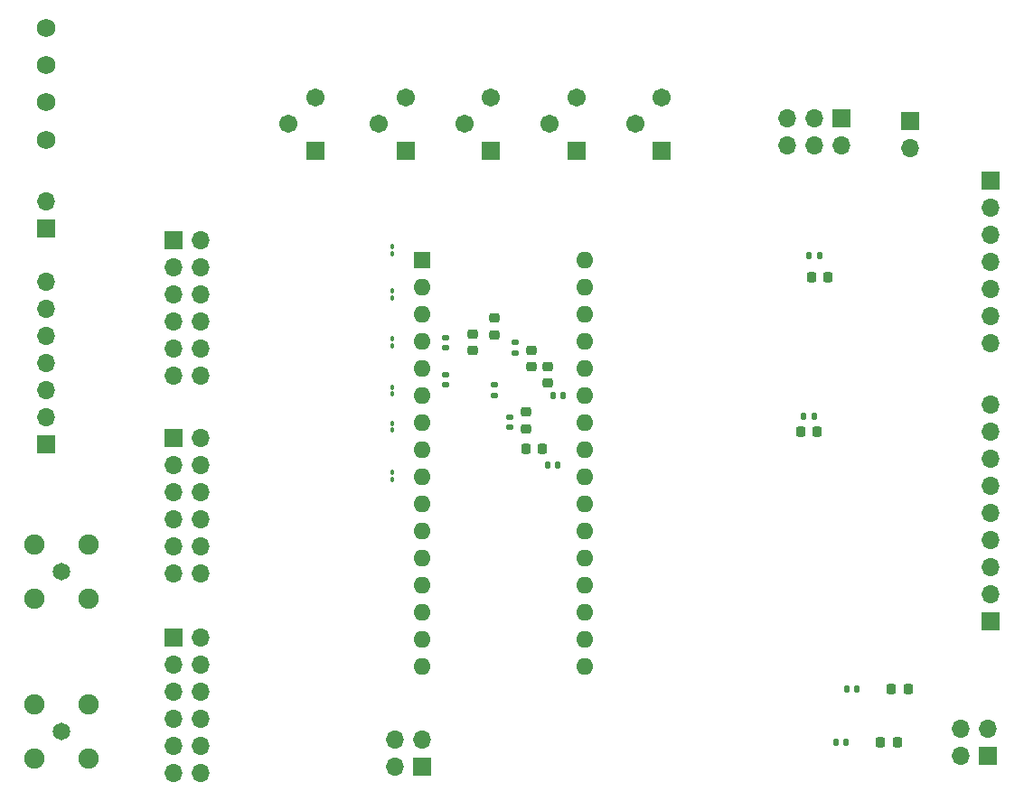
<source format=gbr>
%TF.GenerationSoftware,KiCad,Pcbnew,8.0.6-8.0.6-0~ubuntu24.04.1*%
%TF.CreationDate,2025-02-19T12:31:26-10:00*%
%TF.ProjectId,board_main,626f6172-645f-46d6-9169-6e2e6b696361,rev?*%
%TF.SameCoordinates,Original*%
%TF.FileFunction,Soldermask,Bot*%
%TF.FilePolarity,Negative*%
%FSLAX46Y46*%
G04 Gerber Fmt 4.6, Leading zero omitted, Abs format (unit mm)*
G04 Created by KiCad (PCBNEW 8.0.6-8.0.6-0~ubuntu24.04.1) date 2025-02-19 12:31:26*
%MOMM*%
%LPD*%
G01*
G04 APERTURE LIST*
G04 Aperture macros list*
%AMRoundRect*
0 Rectangle with rounded corners*
0 $1 Rounding radius*
0 $2 $3 $4 $5 $6 $7 $8 $9 X,Y pos of 4 corners*
0 Add a 4 corners polygon primitive as box body*
4,1,4,$2,$3,$4,$5,$6,$7,$8,$9,$2,$3,0*
0 Add four circle primitives for the rounded corners*
1,1,$1+$1,$2,$3*
1,1,$1+$1,$4,$5*
1,1,$1+$1,$6,$7*
1,1,$1+$1,$8,$9*
0 Add four rect primitives between the rounded corners*
20,1,$1+$1,$2,$3,$4,$5,0*
20,1,$1+$1,$4,$5,$6,$7,0*
20,1,$1+$1,$6,$7,$8,$9,0*
20,1,$1+$1,$8,$9,$2,$3,0*%
G04 Aperture macros list end*
%ADD10R,1.700000X1.700000*%
%ADD11O,1.700000X1.700000*%
%ADD12C,1.651000*%
%ADD13C,1.905000*%
%ADD14R,1.600000X1.600000*%
%ADD15O,1.600000X1.600000*%
%ADD16RoundRect,0.102000X0.754000X-0.754000X0.754000X0.754000X-0.754000X0.754000X-0.754000X-0.754000X0*%
%ADD17C,1.712000*%
%ADD18C,1.727200*%
%ADD19RoundRect,0.100000X-0.100000X0.130000X-0.100000X-0.130000X0.100000X-0.130000X0.100000X0.130000X0*%
%ADD20RoundRect,0.225000X-0.225000X-0.250000X0.225000X-0.250000X0.225000X0.250000X-0.225000X0.250000X0*%
%ADD21RoundRect,0.140000X0.170000X-0.140000X0.170000X0.140000X-0.170000X0.140000X-0.170000X-0.140000X0*%
%ADD22RoundRect,0.140000X0.140000X0.170000X-0.140000X0.170000X-0.140000X-0.170000X0.140000X-0.170000X0*%
%ADD23RoundRect,0.225000X0.250000X-0.225000X0.250000X0.225000X-0.250000X0.225000X-0.250000X-0.225000X0*%
%ADD24RoundRect,0.225000X-0.250000X0.225000X-0.250000X-0.225000X0.250000X-0.225000X0.250000X0.225000X0*%
%ADD25RoundRect,0.225000X0.225000X0.250000X-0.225000X0.250000X-0.225000X-0.250000X0.225000X-0.250000X0*%
%ADD26RoundRect,0.140000X-0.140000X-0.170000X0.140000X-0.170000X0.140000X0.170000X-0.140000X0.170000X0*%
%ADD27RoundRect,0.140000X-0.170000X0.140000X-0.170000X-0.140000X0.170000X-0.140000X0.170000X0.140000X0*%
G04 APERTURE END LIST*
D10*
%TO.C,J11*%
X160000000Y-74225000D03*
D11*
X160000000Y-76765000D03*
%TD*%
D10*
%TO.C,J9*%
X91000000Y-85380000D03*
D11*
X91000000Y-87920000D03*
X91000000Y-90460000D03*
X91000000Y-93000000D03*
X91000000Y-95540000D03*
X91000000Y-98080000D03*
X93540000Y-85380000D03*
X93540000Y-87920000D03*
X93540000Y-90460000D03*
X93540000Y-93000000D03*
X93540000Y-95540000D03*
X93540000Y-98080000D03*
%TD*%
D12*
%TO.C,J7*%
X80500000Y-116500000D03*
D13*
X83040000Y-113960000D03*
X77960000Y-113960000D03*
X77960000Y-119040000D03*
X83040000Y-119040000D03*
%TD*%
D12*
%TO.C,J6*%
X80500000Y-131500000D03*
D13*
X83040000Y-128960000D03*
X77960000Y-128960000D03*
X77960000Y-134040000D03*
X83040000Y-134040000D03*
%TD*%
D11*
%TO.C,J13*%
X114275000Y-132235000D03*
X111735000Y-134775000D03*
D10*
X114275000Y-134775000D03*
D11*
X111735000Y-132235000D03*
%TD*%
D14*
%TO.C,ADC2*%
X114260000Y-87300000D03*
D15*
X114260000Y-89840000D03*
X114260000Y-92380000D03*
X114260000Y-94920000D03*
X114260000Y-97460000D03*
X114260000Y-100000000D03*
X114260000Y-102540000D03*
X114260000Y-105080000D03*
X114260000Y-107620000D03*
X114260000Y-110160000D03*
X114260000Y-112700000D03*
X114260000Y-115240000D03*
X114260000Y-117780000D03*
X114260000Y-120320000D03*
X114260000Y-122860000D03*
X114260000Y-125400000D03*
X129500000Y-125400000D03*
X129500000Y-122860000D03*
X129500000Y-120320000D03*
X129500000Y-117780000D03*
X129500000Y-115240000D03*
X129500000Y-112700000D03*
X129500000Y-110160000D03*
X129500000Y-107620000D03*
X129500000Y-105080000D03*
X129500000Y-102540000D03*
X129500000Y-100000000D03*
X129500000Y-97460000D03*
X129500000Y-94920000D03*
X129500000Y-92380000D03*
X129500000Y-89840000D03*
X129500000Y-87300000D03*
%TD*%
D10*
%TO.C,J10*%
X91000000Y-122650000D03*
D11*
X91000000Y-125190000D03*
X91000000Y-127730000D03*
X91000000Y-130270000D03*
X91000000Y-132810000D03*
X91000000Y-135350000D03*
X93540000Y-122650000D03*
X93540000Y-125190000D03*
X93540000Y-127730000D03*
X93540000Y-130270000D03*
X93540000Y-132810000D03*
X93540000Y-135350000D03*
%TD*%
D10*
%TO.C,J4*%
X167500000Y-79840000D03*
D11*
X167500000Y-82380000D03*
X167500000Y-84920000D03*
X167500000Y-87460000D03*
X167500000Y-90000000D03*
X167500000Y-92540000D03*
X167500000Y-95080000D03*
%TD*%
%TO.C,J5*%
X148460000Y-73960000D03*
X151000000Y-73960000D03*
D10*
X153540000Y-73960000D03*
D11*
X148460000Y-76500000D03*
X151000000Y-76500000D03*
X153540000Y-76500000D03*
%TD*%
D16*
%TO.C,R5*%
X112730000Y-77000000D03*
D17*
X110230000Y-74500000D03*
X112730000Y-72000000D03*
%TD*%
D16*
%TO.C,R2*%
X104230000Y-77000000D03*
D17*
X101730000Y-74500000D03*
X104230000Y-72000000D03*
%TD*%
D16*
%TO.C,R6*%
X120730000Y-77000000D03*
D17*
X118230000Y-74500000D03*
X120730000Y-72000000D03*
%TD*%
D10*
%TO.C,J1*%
X79000000Y-84275000D03*
D11*
X79000000Y-81735000D03*
%TD*%
D10*
%TO.C,J2*%
X79000000Y-104540000D03*
D11*
X79000000Y-102000000D03*
X79000000Y-99460000D03*
X79000000Y-96920000D03*
X79000000Y-94380000D03*
X79000000Y-91840000D03*
X79000000Y-89300000D03*
%TD*%
%TO.C,J12*%
X167275000Y-131235000D03*
X164735000Y-131235000D03*
D10*
X167275000Y-133775000D03*
D11*
X164735000Y-133775000D03*
%TD*%
D18*
%TO.C,J14*%
X79000000Y-65499999D03*
X79000000Y-69000000D03*
X79000000Y-72500000D03*
X79000000Y-76000001D03*
%TD*%
D16*
%TO.C,R17*%
X128730000Y-77000000D03*
D17*
X126230000Y-74500000D03*
X128730000Y-72000000D03*
%TD*%
D10*
%TO.C,J8*%
X90960000Y-103920000D03*
D11*
X90960000Y-106460000D03*
X90960000Y-109000000D03*
X90960000Y-111540000D03*
X90960000Y-114080000D03*
X90960000Y-116620000D03*
X93500000Y-103920000D03*
X93500000Y-106460000D03*
X93500000Y-109000000D03*
X93500000Y-111540000D03*
X93500000Y-114080000D03*
X93500000Y-116620000D03*
%TD*%
D16*
%TO.C,R8*%
X136730000Y-77000000D03*
D17*
X134230000Y-74500000D03*
X136730000Y-72000000D03*
%TD*%
D10*
%TO.C,J3*%
X167500000Y-121160000D03*
D11*
X167500000Y-118620000D03*
X167500000Y-116080000D03*
X167500000Y-113540000D03*
X167500000Y-111000000D03*
X167500000Y-108460000D03*
X167500000Y-105920000D03*
X167500000Y-103380000D03*
X167500000Y-100840000D03*
%TD*%
D19*
%TO.C,C18*%
X111500000Y-90180000D03*
X111500000Y-90820000D03*
%TD*%
D20*
%TO.C,C27*%
X158225000Y-127500000D03*
X159775000Y-127500000D03*
%TD*%
D19*
%TO.C,C22*%
X111500000Y-107180000D03*
X111500000Y-107820000D03*
%TD*%
%TO.C,C19*%
X111500000Y-94680000D03*
X111500000Y-95320000D03*
%TD*%
D21*
%TO.C,C7*%
X116500000Y-98980000D03*
X116500000Y-98020000D03*
%TD*%
D22*
%TO.C,C14*%
X126960000Y-106500000D03*
X126000000Y-106500000D03*
%TD*%
D23*
%TO.C,C3*%
X119000000Y-95775000D03*
X119000000Y-94225000D03*
%TD*%
D19*
%TO.C,C20*%
X111500000Y-99180000D03*
X111500000Y-99820000D03*
%TD*%
D21*
%TO.C,C16*%
X123000000Y-95980000D03*
X123000000Y-95020000D03*
%TD*%
D19*
%TO.C,C17*%
X111500000Y-86000000D03*
X111500000Y-86640000D03*
%TD*%
D22*
%TO.C,C28*%
X154980000Y-127500000D03*
X154020000Y-127500000D03*
%TD*%
D21*
%TO.C,C4*%
X121000000Y-99960000D03*
X121000000Y-99000000D03*
%TD*%
D24*
%TO.C,C33*%
X124000000Y-101515000D03*
X124000000Y-103065000D03*
%TD*%
D22*
%TO.C,C26*%
X150980000Y-101892800D03*
X150020000Y-101892800D03*
%TD*%
D25*
%TO.C,C23*%
X152275000Y-88892800D03*
X150725000Y-88892800D03*
%TD*%
%TO.C,C13*%
X125550000Y-105000000D03*
X124000000Y-105000000D03*
%TD*%
%TO.C,C29*%
X158775000Y-132500000D03*
X157225000Y-132500000D03*
%TD*%
D26*
%TO.C,C12*%
X126540000Y-100000000D03*
X127500000Y-100000000D03*
%TD*%
D23*
%TO.C,C31*%
X121000000Y-94275000D03*
X121000000Y-92725000D03*
%TD*%
D27*
%TO.C,C32*%
X122500000Y-102020000D03*
X122500000Y-102980000D03*
%TD*%
D25*
%TO.C,C25*%
X151275000Y-103392800D03*
X149725000Y-103392800D03*
%TD*%
D22*
%TO.C,C24*%
X151480000Y-86892800D03*
X150520000Y-86892800D03*
%TD*%
D27*
%TO.C,C5*%
X116500000Y-94520000D03*
X116500000Y-95480000D03*
%TD*%
D23*
%TO.C,C15*%
X124500000Y-97275000D03*
X124500000Y-95725000D03*
%TD*%
D19*
%TO.C,C21*%
X111500000Y-102560000D03*
X111500000Y-103200000D03*
%TD*%
D26*
%TO.C,C30*%
X153020000Y-132500000D03*
X153980000Y-132500000D03*
%TD*%
D23*
%TO.C,C11*%
X126000000Y-98775000D03*
X126000000Y-97225000D03*
%TD*%
M02*

</source>
